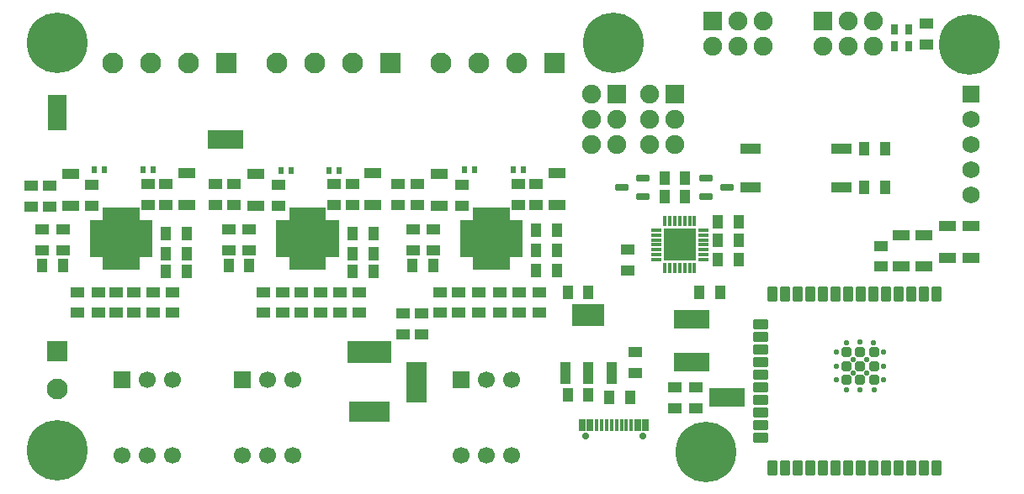
<source format=gbr>
%TF.GenerationSoftware,Altium Limited,Altium Designer,23.4.1 (23)*%
G04 Layer_Color=8388736*
%FSLAX26Y26*%
%MOIN*%
%TF.SameCoordinates,8DF2FEB3-C5FF-4098-BA07-91CCA4DB3BA0*%
%TF.FilePolarity,Negative*%
%TF.FileFunction,Soldermask,Top*%
%TF.Part,Single*%
G01*
G75*
%TA.AperFunction,SMDPad,CuDef*%
%ADD60R,0.129921X0.088583*%
%ADD61R,0.039370X0.088583*%
G04:AMPARAMS|DCode=62|XSize=62.992mil|YSize=39.37mil|CornerRadius=6.398mil|HoleSize=0mil|Usage=FLASHONLY|Rotation=270.000|XOffset=0mil|YOffset=0mil|HoleType=Round|Shape=RoundedRectangle|*
%AMROUNDEDRECTD62*
21,1,0.062992,0.026575,0,0,270.0*
21,1,0.050197,0.039370,0,0,270.0*
1,1,0.012795,-0.013287,-0.025099*
1,1,0.012795,-0.013287,0.025099*
1,1,0.012795,0.013287,0.025099*
1,1,0.012795,0.013287,-0.025099*
%
%ADD62ROUNDEDRECTD62*%
G04:AMPARAMS|DCode=63|XSize=39.37mil|YSize=62.992mil|CornerRadius=6.398mil|HoleSize=0mil|Usage=FLASHONLY|Rotation=270.000|XOffset=0mil|YOffset=0mil|HoleType=Round|Shape=RoundedRectangle|*
%AMROUNDEDRECTD63*
21,1,0.039370,0.050197,0,0,270.0*
21,1,0.026575,0.062992,0,0,270.0*
1,1,0.012795,-0.025099,-0.013287*
1,1,0.012795,-0.025099,0.013287*
1,1,0.012795,0.025099,0.013287*
1,1,0.012795,0.025099,-0.013287*
%
%ADD63ROUNDEDRECTD63*%
G04:AMPARAMS|DCode=64|XSize=39.37mil|YSize=39.37mil|CornerRadius=6.398mil|HoleSize=0mil|Usage=FLASHONLY|Rotation=270.000|XOffset=0mil|YOffset=0mil|HoleType=Round|Shape=RoundedRectangle|*
%AMROUNDEDRECTD64*
21,1,0.039370,0.026575,0,0,270.0*
21,1,0.026575,0.039370,0,0,270.0*
1,1,0.012795,-0.013287,-0.013287*
1,1,0.012795,-0.013287,0.013287*
1,1,0.012795,0.013287,0.013287*
1,1,0.012795,0.013287,-0.013287*
%
%ADD64ROUNDEDRECTD64*%
%ADD65R,0.138937X0.073937*%
%ADD66R,0.029528X0.039370*%
%ADD67R,0.039370X0.055118*%
%ADD68R,0.055118X0.039370*%
%ADD69R,0.023622X0.027559*%
G04:AMPARAMS|DCode=70|XSize=52.362mil|YSize=27.165mil|CornerRadius=7.776mil|HoleSize=0mil|Usage=FLASHONLY|Rotation=180.000|XOffset=0mil|YOffset=0mil|HoleType=Round|Shape=RoundedRectangle|*
%AMROUNDEDRECTD70*
21,1,0.052362,0.011614,0,0,180.0*
21,1,0.036811,0.027165,0,0,180.0*
1,1,0.015551,-0.018406,0.005807*
1,1,0.015551,0.018406,0.005807*
1,1,0.015551,0.018406,-0.005807*
1,1,0.015551,-0.018406,-0.005807*
%
%ADD70ROUNDEDRECTD70*%
%ADD71R,0.027559X0.048819*%
%ADD72R,0.015748X0.048819*%
%ADD73R,0.078740X0.043307*%
G04:AMPARAMS|DCode=74|XSize=14.173mil|YSize=42.126mil|CornerRadius=4.527mil|HoleSize=0mil|Usage=FLASHONLY|Rotation=90.000|XOffset=0mil|YOffset=0mil|HoleType=Round|Shape=RoundedRectangle|*
%AMROUNDEDRECTD74*
21,1,0.014173,0.033071,0,0,90.0*
21,1,0.005118,0.042126,0,0,90.0*
1,1,0.009055,0.016535,0.002559*
1,1,0.009055,0.016535,-0.002559*
1,1,0.009055,-0.016535,-0.002559*
1,1,0.009055,-0.016535,0.002559*
%
%ADD74ROUNDEDRECTD74*%
G04:AMPARAMS|DCode=75|XSize=14.173mil|YSize=42.126mil|CornerRadius=4.527mil|HoleSize=0mil|Usage=FLASHONLY|Rotation=0.000|XOffset=0mil|YOffset=0mil|HoleType=Round|Shape=RoundedRectangle|*
%AMROUNDEDRECTD75*
21,1,0.014173,0.033071,0,0,0.0*
21,1,0.005118,0.042126,0,0,0.0*
1,1,0.009055,0.002559,-0.016535*
1,1,0.009055,-0.002559,-0.016535*
1,1,0.009055,-0.002559,0.016535*
1,1,0.009055,0.002559,0.016535*
%
%ADD75ROUNDEDRECTD75*%
%ADD76R,0.127953X0.127953*%
%ADD77R,0.061024X0.027559*%
%ADD78R,0.027559X0.061024*%
%ADD79R,0.139764X0.139764*%
%ADD80R,0.066929X0.043307*%
%ADD81R,0.073937X0.138937*%
%TA.AperFunction,ComponentPad*%
%ADD82C,0.021654*%
%ADD83C,0.027559*%
%ADD84C,0.074803*%
%ADD85R,0.074803X0.074803*%
%ADD86C,0.068898*%
%ADD87R,0.068898X0.068898*%
%ADD88C,0.082677*%
%ADD89R,0.082677X0.082677*%
%ADD90R,0.082677X0.082677*%
%ADD91C,0.240157*%
%ADD92R,0.177165X0.090551*%
%ADD93R,0.161417X0.082677*%
%ADD94R,0.082677X0.161417*%
%ADD95C,0.066929*%
%ADD96R,0.066929X0.066929*%
%ADD97R,0.074803X0.074803*%
D60*
X2262103Y694158D02*
D03*
D61*
X2352654Y463843D02*
D03*
X2262103D02*
D03*
X2171552D02*
D03*
D62*
X3641819Y86575D02*
D03*
X3591819D02*
D03*
X3541819D02*
D03*
X3491819D02*
D03*
X3441819D02*
D03*
X3391819D02*
D03*
X3341819D02*
D03*
X3291819D02*
D03*
X3241819D02*
D03*
X3191819D02*
D03*
X3141819D02*
D03*
X3091819D02*
D03*
X3041819D02*
D03*
X2991819D02*
D03*
Y775552D02*
D03*
X3041819D02*
D03*
X3091819D02*
D03*
X3141819D02*
D03*
X3191819D02*
D03*
X3241819D02*
D03*
X3291819D02*
D03*
X3341819D02*
D03*
X3391819D02*
D03*
X3441819D02*
D03*
X3491819D02*
D03*
X3541819D02*
D03*
X3591819D02*
D03*
X3641819D02*
D03*
D63*
X2942607Y656063D02*
D03*
Y206064D02*
D03*
Y256063D02*
D03*
Y306063D02*
D03*
Y356063D02*
D03*
Y406063D02*
D03*
Y456063D02*
D03*
Y506063D02*
D03*
Y556063D02*
D03*
Y606063D02*
D03*
D64*
X3393001Y545237D02*
D03*
Y490119D02*
D03*
Y435000D02*
D03*
X3337882Y545237D02*
D03*
Y435000D02*
D03*
X3282764Y545237D02*
D03*
Y490119D02*
D03*
Y435000D02*
D03*
X3337882Y490119D02*
D03*
D65*
X2810000Y365030D02*
D03*
X823969Y1390000D02*
D03*
X2670000Y675000D02*
D03*
Y506063D02*
D03*
D66*
X3475000Y1760000D02*
D03*
X3532087D02*
D03*
X3475000Y1825000D02*
D03*
X3532087D02*
D03*
D67*
X2645753Y1162594D02*
D03*
X2563075D02*
D03*
X3437677Y1200000D02*
D03*
X3355000D02*
D03*
X2137099Y948756D02*
D03*
X2054422D02*
D03*
X670577Y937487D02*
D03*
X587900D02*
D03*
X1409302D02*
D03*
X1326625D02*
D03*
X2262103Y784744D02*
D03*
X2179426D02*
D03*
X2262103Y375000D02*
D03*
X2179426D02*
D03*
X2857131Y988701D02*
D03*
X2774454D02*
D03*
X2784603Y784744D02*
D03*
X2701926D02*
D03*
X97223Y888487D02*
D03*
X179900D02*
D03*
X587900Y1016345D02*
D03*
X670577D02*
D03*
X1563804Y888487D02*
D03*
X1646481D02*
D03*
X2054422Y1030827D02*
D03*
X2137099D02*
D03*
X835947Y888487D02*
D03*
X918625D02*
D03*
X1326625Y1016345D02*
D03*
X1409302D02*
D03*
X2774454Y912717D02*
D03*
X2857131D02*
D03*
X2774454Y1062323D02*
D03*
X2857131D02*
D03*
X3355000Y1353543D02*
D03*
X3437677D02*
D03*
X2563075Y1237398D02*
D03*
X2645753D02*
D03*
X2343661Y365030D02*
D03*
X2426339D02*
D03*
X1326625Y866321D02*
D03*
X1409302D02*
D03*
X587900Y866984D02*
D03*
X670577D02*
D03*
X2054422Y868712D02*
D03*
X2137099D02*
D03*
D68*
X1569000Y1032826D02*
D03*
Y950149D02*
D03*
X97223Y1032826D02*
D03*
Y950149D02*
D03*
X838969Y1032826D02*
D03*
Y950149D02*
D03*
X3420000Y967677D02*
D03*
Y885000D02*
D03*
X1509000Y1212338D02*
D03*
Y1129660D02*
D03*
X55000Y1205684D02*
D03*
Y1123007D02*
D03*
X783969Y1212195D02*
D03*
Y1129518D02*
D03*
X2054481Y1212338D02*
D03*
Y1129660D02*
D03*
X587900Y1212338D02*
D03*
Y1129660D02*
D03*
X1326625Y1212338D02*
D03*
Y1129660D02*
D03*
X3600000Y1767001D02*
D03*
Y1849678D02*
D03*
X179900Y950149D02*
D03*
Y1032826D02*
D03*
X236794Y702067D02*
D03*
Y784744D02*
D03*
X126270Y1123826D02*
D03*
Y1206503D02*
D03*
X516270Y1129660D02*
D03*
Y1212338D02*
D03*
X295270Y1127487D02*
D03*
Y1210164D02*
D03*
X538914Y702047D02*
D03*
Y784724D02*
D03*
X614000Y702067D02*
D03*
Y784744D02*
D03*
X320585Y702067D02*
D03*
Y784744D02*
D03*
X391585Y702067D02*
D03*
Y784744D02*
D03*
X461955Y702067D02*
D03*
Y784744D02*
D03*
X1646481Y950149D02*
D03*
Y1032826D02*
D03*
X1673587Y701674D02*
D03*
Y784351D02*
D03*
X1584000Y1129660D02*
D03*
Y1212338D02*
D03*
X1982851Y1129660D02*
D03*
Y1212338D02*
D03*
X1761851Y1127487D02*
D03*
Y1210164D02*
D03*
X1987536Y702067D02*
D03*
Y784744D02*
D03*
X2066906Y702067D02*
D03*
Y784744D02*
D03*
X1746851Y701674D02*
D03*
Y784351D02*
D03*
X1826166Y701674D02*
D03*
Y784351D02*
D03*
X1910000Y701674D02*
D03*
Y784351D02*
D03*
X918625Y950149D02*
D03*
Y1032826D02*
D03*
X975000Y701674D02*
D03*
Y784351D02*
D03*
X858969Y1129518D02*
D03*
Y1212195D02*
D03*
X1254995Y1129660D02*
D03*
Y1212338D02*
D03*
X1033995Y1127487D02*
D03*
Y1210164D02*
D03*
X1277740Y702048D02*
D03*
Y784725D02*
D03*
X1352963Y701674D02*
D03*
Y784351D02*
D03*
X1051570Y702067D02*
D03*
Y784744D02*
D03*
X1125000Y702067D02*
D03*
Y784744D02*
D03*
X1200680Y702067D02*
D03*
Y784744D02*
D03*
X1529000Y617000D02*
D03*
Y699677D02*
D03*
X1600186Y617000D02*
D03*
Y699677D02*
D03*
X2419102Y869410D02*
D03*
Y952087D02*
D03*
X2449102Y463843D02*
D03*
Y546520D02*
D03*
X2605000Y323000D02*
D03*
Y405678D02*
D03*
X2686999Y323000D02*
D03*
Y405678D02*
D03*
D69*
X1963166Y1270145D02*
D03*
X2002536D02*
D03*
X496585Y1270655D02*
D03*
X535955D02*
D03*
X1234474Y1267898D02*
D03*
X1273844D02*
D03*
X344270Y1270655D02*
D03*
X304900D02*
D03*
X1082995Y1267898D02*
D03*
X1043625D02*
D03*
X1771481Y1270145D02*
D03*
X1810851D02*
D03*
D70*
X2393075Y1199996D02*
D03*
X2476540Y1237398D02*
D03*
Y1162594D02*
D03*
X2727075D02*
D03*
Y1237398D02*
D03*
X2810540Y1199996D02*
D03*
D71*
X2237016Y255504D02*
D03*
X2268512D02*
D03*
X2457488D02*
D03*
X2488984D02*
D03*
D72*
X2353157D02*
D03*
X2333472D02*
D03*
X2313787D02*
D03*
X2294102D02*
D03*
X2372843D02*
D03*
X2392528D02*
D03*
X2412213D02*
D03*
X2431898D02*
D03*
D73*
X2905000Y1200000D02*
D03*
Y1353543D02*
D03*
X3263268Y1200000D02*
D03*
Y1353543D02*
D03*
D74*
X2530060Y912717D02*
D03*
Y991457D02*
D03*
Y952087D02*
D03*
Y971772D02*
D03*
Y1030827D02*
D03*
Y1011142D02*
D03*
Y932402D02*
D03*
X2716674Y912717D02*
D03*
Y932402D02*
D03*
Y952087D02*
D03*
Y1011142D02*
D03*
Y971772D02*
D03*
Y991457D02*
D03*
Y1030827D02*
D03*
D75*
X2583997Y878465D02*
D03*
X2564312D02*
D03*
X2583997Y1065079D02*
D03*
X2564312D02*
D03*
X2643052Y878465D02*
D03*
X2682422D02*
D03*
X2662737D02*
D03*
X2603682D02*
D03*
X2623367D02*
D03*
X2662737Y1065079D02*
D03*
X2603682D02*
D03*
X2643052D02*
D03*
X2623367D02*
D03*
X2682422D02*
D03*
D76*
X2623367Y971772D02*
D03*
D77*
X1055506Y976975D02*
D03*
Y957290D02*
D03*
Y937605D02*
D03*
Y1055715D02*
D03*
Y1036030D02*
D03*
Y996660D02*
D03*
Y1016345D02*
D03*
X1244483Y937605D02*
D03*
Y976975D02*
D03*
Y957290D02*
D03*
Y1036030D02*
D03*
Y996660D02*
D03*
Y1016345D02*
D03*
Y1055715D02*
D03*
X316782Y976975D02*
D03*
Y957290D02*
D03*
Y937605D02*
D03*
Y1055715D02*
D03*
Y1036030D02*
D03*
Y996660D02*
D03*
Y1016345D02*
D03*
X505758Y937605D02*
D03*
Y976975D02*
D03*
Y957290D02*
D03*
Y1036030D02*
D03*
Y996660D02*
D03*
Y1016345D02*
D03*
Y1055715D02*
D03*
X1783363Y976975D02*
D03*
Y957290D02*
D03*
Y937605D02*
D03*
Y1055715D02*
D03*
Y1036030D02*
D03*
Y996660D02*
D03*
Y1016345D02*
D03*
X1972339Y937605D02*
D03*
Y976975D02*
D03*
Y957290D02*
D03*
Y1036030D02*
D03*
Y996660D02*
D03*
Y1016345D02*
D03*
Y1055715D02*
D03*
D78*
X1110625Y902172D02*
D03*
X1090940D02*
D03*
X1110625Y1091149D02*
D03*
X1090940D02*
D03*
X1169680Y902172D02*
D03*
X1209050D02*
D03*
X1189365D02*
D03*
X1130310D02*
D03*
X1149995D02*
D03*
X1209050Y1091149D02*
D03*
X1189365D02*
D03*
X1130310D02*
D03*
X1169680D02*
D03*
X1149995D02*
D03*
X371900Y902172D02*
D03*
X352215D02*
D03*
X371900Y1091149D02*
D03*
X352215D02*
D03*
X430955Y902172D02*
D03*
X470325D02*
D03*
X450640D02*
D03*
X391585D02*
D03*
X411270D02*
D03*
X470325Y1091149D02*
D03*
X450640D02*
D03*
X391585D02*
D03*
X430955D02*
D03*
X411270D02*
D03*
X1838481Y902172D02*
D03*
X1818796D02*
D03*
X1838481Y1091149D02*
D03*
X1818796D02*
D03*
X1897536Y902172D02*
D03*
X1936906D02*
D03*
X1917221D02*
D03*
X1858166D02*
D03*
X1877851D02*
D03*
X1936906Y1091149D02*
D03*
X1917221D02*
D03*
X1858166D02*
D03*
X1897536D02*
D03*
X1877851D02*
D03*
D79*
X1149995Y996660D02*
D03*
X411270D02*
D03*
X1877851D02*
D03*
D80*
X3591819Y885000D02*
D03*
Y1010984D02*
D03*
X209900Y1127173D02*
D03*
Y1253157D02*
D03*
X669900Y1129660D02*
D03*
Y1255645D02*
D03*
X1669457Y1127629D02*
D03*
Y1253613D02*
D03*
X2136481Y1129660D02*
D03*
Y1255645D02*
D03*
X944426Y1127487D02*
D03*
Y1253471D02*
D03*
X1408625Y1129660D02*
D03*
Y1255645D02*
D03*
X3776999Y920000D02*
D03*
Y1045984D02*
D03*
X3685000Y920000D02*
D03*
Y1045984D02*
D03*
X3499819Y885000D02*
D03*
Y1010984D02*
D03*
D81*
X157481Y1495000D02*
D03*
D82*
X3432371Y490119D02*
D03*
Y435000D02*
D03*
X3393001Y395630D02*
D03*
X3391819Y584607D02*
D03*
X3432371Y545237D02*
D03*
X3365441Y517678D02*
D03*
X3310323D02*
D03*
X3336424Y585243D02*
D03*
X3282764Y584607D02*
D03*
X3243394Y545237D02*
D03*
Y490119D02*
D03*
Y435000D02*
D03*
X3282764Y395630D02*
D03*
X3337882D02*
D03*
X3310323Y462560D02*
D03*
X3365441D02*
D03*
D83*
X2249220Y213378D02*
D03*
X2476780D02*
D03*
D84*
X2504414Y1370000D02*
D03*
Y1470000D02*
D03*
Y1570000D02*
D03*
X2604414Y1370000D02*
D03*
Y1470000D02*
D03*
X2275000Y1370000D02*
D03*
Y1470000D02*
D03*
Y1570000D02*
D03*
X2375000Y1370000D02*
D03*
Y1470000D02*
D03*
X2755000Y1760000D02*
D03*
X2955000D02*
D03*
X2855000D02*
D03*
Y1860000D02*
D03*
X2955000D02*
D03*
X3190000Y1760000D02*
D03*
X3390000D02*
D03*
X3290000D02*
D03*
Y1860000D02*
D03*
X3390000D02*
D03*
D85*
X2604414Y1570000D02*
D03*
X2375000D02*
D03*
D86*
X3776999Y1168543D02*
D03*
Y1468543D02*
D03*
Y1368543D02*
D03*
Y1268543D02*
D03*
D87*
Y1568543D02*
D03*
D88*
X157481Y401370D02*
D03*
X1326378Y1692913D02*
D03*
X1176378D02*
D03*
X1026378D02*
D03*
X676772D02*
D03*
X526772D02*
D03*
X376772D02*
D03*
X1975984D02*
D03*
X1825984D02*
D03*
X1675984D02*
D03*
D89*
X157481Y551370D02*
D03*
D90*
X1476378Y1692913D02*
D03*
X826772D02*
D03*
X2125984D02*
D03*
D91*
X2727001Y150000D02*
D03*
X157481Y157481D02*
D03*
X3770001Y1767001D02*
D03*
X2362205Y1771654D02*
D03*
X157481D02*
D03*
D92*
X1395000Y546221D02*
D03*
D93*
Y310000D02*
D03*
D94*
X1580039Y428110D02*
D03*
D95*
X892286Y137000D02*
D03*
X992286Y437000D02*
D03*
Y137000D02*
D03*
X1092286D02*
D03*
Y437000D02*
D03*
X414000Y137000D02*
D03*
X514000Y437000D02*
D03*
Y137000D02*
D03*
X614000D02*
D03*
Y437000D02*
D03*
X1758166Y137000D02*
D03*
X1858166Y437000D02*
D03*
Y137000D02*
D03*
X1958166D02*
D03*
Y437000D02*
D03*
D96*
X892286D02*
D03*
X414000D02*
D03*
X1758166D02*
D03*
D97*
X2755000Y1860000D02*
D03*
X3190000D02*
D03*
%TF.MD5,e7c718cdf1f2afb95b4812ad1b96d804*%
M02*

</source>
